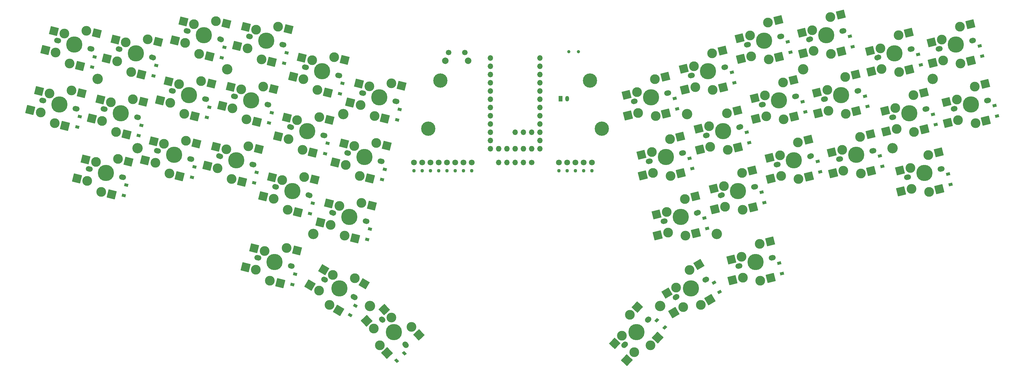
<source format=gbs>
G04 #@! TF.GenerationSoftware,KiCad,Pcbnew,8.0.4*
G04 #@! TF.CreationDate,2024-10-20T10:13:08+02:00*
G04 #@! TF.ProjectId,fairyboard,66616972-7962-46f6-9172-642e6b696361,1*
G04 #@! TF.SameCoordinates,Original*
G04 #@! TF.FileFunction,Soldermask,Bot*
G04 #@! TF.FilePolarity,Negative*
%FSLAX46Y46*%
G04 Gerber Fmt 4.6, Leading zero omitted, Abs format (unit mm)*
G04 Created by KiCad (PCBNEW 8.0.4) date 2024-10-20 10:13:08*
%MOMM*%
%LPD*%
G01*
G04 APERTURE LIST*
G04 Aperture macros list*
%AMRotRect*
0 Rectangle, with rotation*
0 The origin of the aperture is its center*
0 $1 length*
0 $2 width*
0 $3 Rotation angle, in degrees counterclockwise*
0 Add horizontal line*
21,1,$1,$2,0,0,$3*%
G04 Aperture macros list end*
%ADD10C,1.000000*%
%ADD11C,1.700000*%
%ADD12C,2.000000*%
%ADD13RotRect,2.550000X2.500000X313.000000*%
%ADD14C,1.701800*%
%ADD15C,3.000000*%
%ADD16C,3.987800*%
%ADD17C,3.200000*%
%ADD18RotRect,2.600000X2.600000X166.000000*%
%ADD19C,5.000000*%
%ADD20RotRect,2.550000X2.500000X14.000000*%
%ADD21O,1.700000X1.700000*%
%ADD22RotRect,2.550000X2.500000X346.000000*%
%ADD23RotRect,2.600000X2.600000X194.000000*%
%ADD24RotRect,0.900000X1.200000X43.000000*%
%ADD25RotRect,0.900000X1.200000X104.000000*%
%ADD26RotRect,0.900000X1.200000X76.000000*%
%ADD27RotRect,2.550000X2.500000X47.000000*%
%ADD28RotRect,0.900000X1.200000X137.000000*%
%ADD29RotRect,2.600000X2.600000X210.500000*%
%ADD30C,1.800000*%
%ADD31C,1.100000*%
%ADD32C,0.700000*%
%ADD33C,4.400000*%
%ADD34RotRect,0.900000X1.200000X59.500000*%
%ADD35RotRect,2.600000X2.600000X133.000000*%
%ADD36RotRect,2.600000X2.600000X149.500000*%
%ADD37O,1.752600X1.752600*%
%ADD38O,1.200000X1.700000*%
%ADD39R,1.200000X1.700000*%
%ADD40RotRect,2.550000X2.500000X329.500000*%
%ADD41RotRect,2.600000X2.600000X227.000000*%
%ADD42RotRect,0.900000X1.200000X120.500000*%
%ADD43RotRect,2.550000X2.500000X30.500000*%
G04 APERTURE END LIST*
D10*
X231231985Y-117124838D03*
X228231985Y-117124838D03*
D11*
X191231963Y-117374830D03*
X196231963Y-117374830D03*
D12*
X197231963Y-119874830D03*
X190231963Y-119874830D03*
D13*
X182109080Y-204263909D03*
X171435249Y-196541975D03*
D14*
X177874121Y-207171163D03*
D15*
X179857123Y-201848973D03*
D16*
X174409569Y-203455892D03*
D15*
X173668796Y-198937160D03*
D14*
X170945017Y-199740621D03*
D17*
X340256642Y-125472639D03*
D18*
X97811668Y-150499135D03*
X108486355Y-155427994D03*
D14*
X101411446Y-147531870D03*
D15*
X100989386Y-151291439D03*
D19*
X106748072Y-148862440D03*
D15*
X105308637Y-154635700D03*
D14*
X112084698Y-150193010D03*
D20*
X262582595Y-143210581D03*
X250654064Y-148802456D03*
D14*
X263072193Y-148324028D03*
D15*
X259378679Y-144009407D03*
D16*
X258143091Y-149552991D03*
D15*
X253831783Y-148010169D03*
D14*
X253213989Y-150781954D03*
D11*
X216811994Y-151211382D03*
D21*
X214271990Y-151211386D03*
X211731989Y-151211387D03*
X209191988Y-151211386D03*
X206651989Y-151211386D03*
D22*
X132806898Y-147032266D03*
X119649403Y-146369493D03*
D14*
X130838569Y-151777024D03*
D15*
X129602980Y-146233438D03*
D16*
X125909467Y-150548061D03*
D15*
X122827117Y-147161787D03*
D14*
X120980365Y-149319098D03*
D23*
X330569701Y-160094533D03*
X342308844Y-159434986D03*
D14*
X332355065Y-155784591D03*
D15*
X333747419Y-159302238D03*
D19*
X337691691Y-154454021D03*
D15*
X339131126Y-160227281D03*
D14*
X343028317Y-153123451D03*
D24*
X177647722Y-210007580D03*
X175234254Y-212258174D03*
D23*
X251021101Y-155193503D03*
X262760244Y-154533956D03*
D14*
X252806465Y-150883561D03*
D15*
X254198819Y-154401208D03*
D19*
X258143091Y-149552991D03*
D15*
X259582526Y-155326251D03*
D14*
X263479717Y-148222421D03*
D25*
X304854627Y-150892229D03*
X305652969Y-154094205D03*
X344991786Y-154798191D03*
X345790128Y-158000167D03*
D23*
X340296136Y-120567374D03*
X352035279Y-119907827D03*
D14*
X342081500Y-116257432D03*
D15*
X343473854Y-119775079D03*
D19*
X347418126Y-114926862D03*
D15*
X348857561Y-120700122D03*
D14*
X352754752Y-113596292D03*
D23*
X290432521Y-156188594D03*
X302171664Y-155529047D03*
D14*
X292217885Y-151878652D03*
D15*
X293610239Y-155396299D03*
D19*
X297554511Y-150548082D03*
D15*
X298993946Y-156321342D03*
D14*
X302891137Y-149217512D03*
D26*
X149419502Y-163727143D03*
X148621160Y-166929119D03*
D20*
X337534685Y-129675997D03*
X325606154Y-135267872D03*
D14*
X338024283Y-134789444D03*
D15*
X334330769Y-130474823D03*
D16*
X333095181Y-136018407D03*
D15*
X328783873Y-134475585D03*
D14*
X328166079Y-137247370D03*
D25*
X340395278Y-136362587D03*
X341193620Y-139564563D03*
D20*
X275574969Y-116782404D03*
X263646438Y-122374279D03*
D14*
X276064567Y-121895851D03*
D15*
X272371053Y-117581230D03*
D16*
X271135465Y-123124814D03*
D15*
X266824157Y-121581992D03*
D14*
X266206363Y-124353777D03*
D26*
X117628616Y-134157905D03*
X116830274Y-137359881D03*
D18*
X126166088Y-115313536D03*
X136840775Y-120242395D03*
D14*
X129765866Y-112346271D03*
D15*
X129343806Y-116105840D03*
D19*
X135102492Y-113676841D03*
D15*
X133663057Y-119450101D03*
D14*
X140439118Y-115007411D03*
D26*
X136790005Y-135843539D03*
X135991663Y-139045515D03*
D17*
X264639284Y-136338901D03*
D23*
X273206514Y-165636566D03*
X284945657Y-164977019D03*
D14*
X274991878Y-161326624D03*
D15*
X276384232Y-164844271D03*
D19*
X280328504Y-159996054D03*
D15*
X281767939Y-165769314D03*
D14*
X285665130Y-158665484D03*
D25*
X359314748Y-133706659D03*
X360113090Y-136908635D03*
X324015992Y-149206589D03*
X324814334Y-152408565D03*
D27*
X249323348Y-195718763D03*
X242364793Y-206905248D03*
D14*
X252518943Y-199740611D03*
D15*
X247071383Y-198133692D03*
D16*
X249054390Y-203455883D03*
D15*
X244598338Y-204510065D03*
D14*
X245589837Y-207171155D03*
D18*
X138795575Y-143197134D03*
X149470262Y-148125993D03*
D14*
X142395353Y-140229869D03*
D15*
X141973293Y-143989438D03*
D19*
X147731979Y-141560439D03*
D15*
X146292544Y-147333699D03*
D14*
X153068605Y-142891009D03*
D26*
X158612516Y-126855910D03*
X157814174Y-130057886D03*
D17*
X149631657Y-173210152D03*
D28*
X255364230Y-199768605D03*
X257777698Y-202019199D03*
D20*
X332938165Y-111240381D03*
X321009634Y-116832256D03*
D14*
X333427763Y-116353828D03*
D15*
X329734249Y-112039207D03*
D16*
X328498661Y-117582791D03*
D15*
X324187353Y-116039969D03*
D14*
X323569559Y-118811754D03*
D23*
X281239505Y-119317352D03*
X292978648Y-118657805D03*
D14*
X283024869Y-115007410D03*
D15*
X284417223Y-118525057D03*
D19*
X288361495Y-113676840D03*
D15*
X289800930Y-119450100D03*
D14*
X293698121Y-112346270D03*
D23*
X325973191Y-141658919D03*
X337712334Y-140999372D03*
D14*
X327758555Y-137348977D03*
D15*
X329150909Y-140866624D03*
D19*
X333095181Y-136018407D03*
D15*
X334534616Y-141791667D03*
D14*
X338431807Y-134687837D03*
D29*
X260618385Y-197410905D03*
X271686782Y-193444421D03*
D14*
X261106133Y-192771377D03*
D15*
X263440206Y-195748717D03*
D19*
X265845093Y-189979916D03*
D15*
X268864946Y-195106610D03*
D14*
X270584053Y-187188455D03*
D23*
X304997388Y-136067333D03*
X316736531Y-135407786D03*
D14*
X306782752Y-131757391D03*
D15*
X308175106Y-135275038D03*
D19*
X312119378Y-130426821D03*
D15*
X313558813Y-136200081D03*
D14*
X317456004Y-129096251D03*
D26*
X171604900Y-153284079D03*
X170806558Y-156486055D03*
X132193494Y-154279144D03*
X131395152Y-157481120D03*
D18*
X128755819Y-183464404D03*
X139430506Y-188393263D03*
D14*
X132355597Y-180497139D03*
D15*
X131933537Y-184256708D03*
D19*
X137692223Y-181827709D03*
D15*
X136252788Y-187600969D03*
D14*
X143028849Y-183158279D03*
D18*
X160980990Y-132754072D03*
X171655677Y-137682931D03*
D14*
X164580768Y-129786807D03*
D15*
X164158708Y-133546376D03*
D19*
X169917394Y-131117377D03*
D15*
X168477959Y-136890637D03*
D14*
X175254020Y-132447947D03*
D18*
X134199041Y-161632755D03*
X144873728Y-166561614D03*
D14*
X137798819Y-158665490D03*
D15*
X137376759Y-162425059D03*
D19*
X143135445Y-159996060D03*
D15*
X141696010Y-165769320D03*
D14*
X148472071Y-161326630D03*
D30*
X198351981Y-151211382D03*
X195811986Y-151211377D03*
X193271982Y-151211381D03*
X190731981Y-151211382D03*
X188191980Y-151211381D03*
X185651981Y-151211381D03*
X183111981Y-151211382D03*
X180571981Y-151211382D03*
D31*
X198351982Y-153751382D03*
X195811981Y-153751382D03*
X193271981Y-153751382D03*
X190731981Y-153751382D03*
X188191981Y-153751382D03*
X185651981Y-153751382D03*
X183111980Y-153751382D03*
X180571981Y-153751382D03*
D26*
X101249342Y-121313853D03*
X100451000Y-124515829D03*
D20*
X321155390Y-142520045D03*
X309226859Y-148111920D03*
D14*
X321644988Y-147633492D03*
D15*
X317951474Y-143318871D03*
D16*
X316715886Y-148862455D03*
D15*
X312404578Y-147319633D03*
D14*
X311786784Y-150091418D03*
D32*
X236354285Y-125613068D03*
X236167623Y-126862052D03*
X235603110Y-124597913D03*
X235152468Y-127613227D03*
D33*
X234753297Y-126012239D03*
D32*
X234354126Y-124411251D03*
X233903484Y-127426565D03*
X233338971Y-125162426D03*
X233152309Y-126411410D03*
D23*
X268609993Y-147200957D03*
X280349136Y-146541410D03*
D14*
X270395357Y-142891015D03*
D15*
X271787711Y-146408662D03*
D19*
X275731983Y-141560445D03*
D15*
X277171418Y-147333705D03*
D14*
X281068609Y-140229875D03*
D22*
X122838539Y-108475407D03*
X109681044Y-107812634D03*
D14*
X120870210Y-113220165D03*
D15*
X119634621Y-107676579D03*
D16*
X115941108Y-111991202D03*
D15*
X112858758Y-108604928D03*
D14*
X111012006Y-110762239D03*
D22*
X172218300Y-146037195D03*
X159060805Y-145374422D03*
D14*
X170249971Y-150781953D03*
D15*
X169014382Y-145238367D03*
D16*
X165320869Y-149552990D03*
D15*
X162238519Y-146166716D03*
D14*
X160391767Y-148324027D03*
D34*
X162584446Y-195342118D03*
X160909570Y-198185494D03*
D18*
X156384465Y-151189685D03*
X167059152Y-156118544D03*
D14*
X159984243Y-148222420D03*
D15*
X159562183Y-151981989D03*
D19*
X165320869Y-149552990D03*
D15*
X163881434Y-155326250D03*
D14*
X170657495Y-150883560D03*
D18*
X121569563Y-133749149D03*
X132244250Y-138678008D03*
D14*
X125169341Y-130781884D03*
D15*
X124747281Y-134541453D03*
D19*
X130505967Y-132112454D03*
D15*
X129066532Y-137885714D03*
D14*
X135842593Y-133443024D03*
D23*
X246424595Y-136757888D03*
X258163738Y-136098341D03*
D14*
X248209959Y-132447946D03*
D15*
X249602313Y-135965593D03*
D19*
X253546585Y-131117376D03*
D15*
X254986020Y-136890636D03*
D14*
X258883211Y-129786806D03*
D18*
X81432395Y-137655115D03*
X92107082Y-142583974D03*
D14*
X85032173Y-134687850D03*
D15*
X84610113Y-138447419D03*
D19*
X90368799Y-136018420D03*
D15*
X88929364Y-141791680D03*
D14*
X95705425Y-137348990D03*
D25*
X260846680Y-131461551D03*
X261645022Y-134663527D03*
D26*
X122225144Y-115722275D03*
X121426802Y-118924251D03*
D25*
X283032084Y-141904608D03*
X283830426Y-145106584D03*
X293071846Y-182171891D03*
X293870188Y-185373867D03*
D18*
X116973063Y-152184756D03*
X127647750Y-157113615D03*
D14*
X120572841Y-149217491D03*
D15*
X120150781Y-152977060D03*
D19*
X125909467Y-150548061D03*
D15*
X124470032Y-156321321D03*
D14*
X131246093Y-151878631D03*
D23*
X344892648Y-139002997D03*
X356631791Y-138343450D03*
D14*
X346678012Y-134693055D03*
D15*
X348070366Y-138210702D03*
D19*
X352014638Y-133362485D03*
D15*
X353454073Y-139135745D03*
D14*
X357351264Y-132031915D03*
D17*
X123102580Y-122536975D03*
D35*
X166023455Y-199961433D03*
X172291557Y-209908966D03*
D14*
X170658578Y-199433447D03*
D15*
X168257001Y-202356617D03*
D19*
X174409569Y-203455892D03*
D15*
X170058013Y-207513784D03*
D14*
X178160560Y-207478337D03*
D22*
X141999923Y-110161046D03*
X128842428Y-109498273D03*
D14*
X140031594Y-114905804D03*
D15*
X138796005Y-109362218D03*
D16*
X135102492Y-113676841D03*
D15*
X132020142Y-110290567D03*
D14*
X130173390Y-112447878D03*
D20*
X292800999Y-107334430D03*
X280872468Y-112926305D03*
D14*
X293290597Y-112447877D03*
D15*
X289597083Y-108133256D03*
D16*
X288361495Y-113676840D03*
D15*
X284050187Y-112134018D03*
D14*
X283432393Y-114905803D03*
D36*
X148585617Y-189011150D03*
X157420850Y-196768810D03*
D14*
X152879908Y-187188467D03*
D15*
X151407453Y-190673340D03*
D19*
X157618868Y-189979928D03*
D15*
X154599015Y-195106622D03*
D14*
X162357828Y-192771389D03*
D25*
X287628603Y-160340225D03*
X288426945Y-163542201D03*
D26*
X77733357Y-137093561D03*
X76935015Y-140295537D03*
D20*
X284768008Y-153653644D03*
X272839477Y-159245519D03*
D14*
X285257606Y-158767091D03*
D15*
X281564092Y-154452470D03*
D16*
X280328504Y-159996054D03*
D15*
X276017196Y-158453232D03*
D14*
X275399402Y-161225017D03*
D22*
X137403398Y-128596659D03*
X124245903Y-127933886D03*
D14*
X135435069Y-133341417D03*
D15*
X134199480Y-127797831D03*
D16*
X130505967Y-132112454D03*
D15*
X127423617Y-128726180D03*
D14*
X125576865Y-130883491D03*
D20*
X311962378Y-105648794D03*
X300033847Y-111240669D03*
D14*
X312451976Y-110762241D03*
D15*
X308758462Y-106447620D03*
D16*
X307522874Y-111991204D03*
D15*
X303211566Y-110448382D03*
D14*
X302593772Y-113220167D03*
D32*
X186634454Y-141159902D03*
X185883279Y-142175057D03*
X186447792Y-139910918D03*
X184634295Y-142361719D03*
D33*
X185033466Y-140760731D03*
D32*
X185432637Y-139159743D03*
X183619140Y-141610544D03*
X184183653Y-139346405D03*
X183432478Y-140361560D03*
D25*
X314822980Y-112335386D03*
X315621322Y-115537362D03*
D20*
X297397491Y-125770034D03*
X285468960Y-131361909D03*
D14*
X297887089Y-130883481D03*
D15*
X294193575Y-126568860D03*
D16*
X292957987Y-132112444D03*
D15*
X288646679Y-130569622D03*
D14*
X288028885Y-133341407D03*
D18*
X143392089Y-124761519D03*
X154066776Y-129690378D03*
D14*
X146991867Y-121794254D03*
D15*
X146569807Y-125553823D03*
D19*
X152328493Y-123124824D03*
D15*
X150889058Y-128898084D03*
D14*
X157665119Y-124455394D03*
D22*
X144589654Y-178311914D03*
X131432159Y-177649141D03*
D14*
X142621325Y-183056672D03*
D15*
X141385736Y-177513086D03*
D16*
X137692223Y-181827709D03*
D15*
X134609873Y-178441435D03*
D14*
X132763121Y-180598746D03*
D20*
X280171487Y-135218035D03*
X268242956Y-140809910D03*
D14*
X280661085Y-140331482D03*
D15*
X276967571Y-136016861D03*
D16*
X275731983Y-141560445D03*
D15*
X271420675Y-140017623D03*
D14*
X270802881Y-142789408D03*
D17*
X256385688Y-195392121D03*
D22*
X118242033Y-126911029D03*
X105084538Y-126248256D03*
D14*
X116273704Y-131655787D03*
D15*
X115038115Y-126112201D03*
D16*
X111344602Y-130426824D03*
D15*
X108262252Y-127040550D03*
D14*
X106415500Y-129197861D03*
D23*
X285835997Y-137752956D03*
X297575140Y-137093409D03*
D14*
X287621361Y-133443014D03*
D15*
X289013715Y-136960661D03*
D19*
X292957987Y-132112444D03*
D15*
X294397422Y-137885704D03*
D14*
X298294613Y-130781874D03*
D37*
X206651980Y-146972382D03*
X209191980Y-146972382D03*
X211731980Y-146972382D03*
X214271980Y-146972382D03*
X216811980Y-146972382D03*
D21*
X211731980Y-141892382D03*
X214271980Y-141892382D03*
X216811981Y-141892383D03*
X219351980Y-119032382D03*
X219351980Y-121572382D03*
X219351980Y-124112382D03*
X219351976Y-126652385D03*
X219351980Y-129192382D03*
X219351980Y-131732382D03*
X219351980Y-134272382D03*
X219351973Y-136812382D03*
X219351980Y-139352382D03*
X219351980Y-141892382D03*
X219351980Y-144432382D03*
X219351978Y-146972381D03*
X204111982Y-146972382D03*
X204111980Y-144432382D03*
X204111980Y-141892382D03*
X204111980Y-139352382D03*
X204111984Y-136812379D03*
X204111980Y-134272382D03*
X204111980Y-131732382D03*
X204111980Y-129192382D03*
X204111987Y-126652382D03*
X204111980Y-124112382D03*
X204111980Y-121572382D03*
X204111980Y-119032382D03*
D32*
X190311658Y-126411416D03*
X189560483Y-127426571D03*
X190124996Y-125162432D03*
X188311499Y-127613233D03*
D33*
X188710670Y-126012245D03*
D32*
X189109841Y-124411257D03*
X187296344Y-126862058D03*
X187860857Y-124597919D03*
X187109682Y-125613074D03*
D38*
X227731986Y-131593382D03*
D39*
X225731986Y-131593382D03*
D26*
X113032115Y-152593525D03*
X112233773Y-155795501D03*
D23*
X278649747Y-187468238D03*
X290388890Y-186808691D03*
D14*
X280435111Y-183158296D03*
D15*
X281827465Y-186675943D03*
D19*
X285771737Y-181827726D03*
D15*
X287211172Y-187600986D03*
D14*
X291108363Y-180497156D03*
D18*
X86028907Y-119219500D03*
X96703594Y-124148359D03*
D14*
X89628685Y-116252235D03*
D15*
X89206625Y-120011804D03*
D19*
X94965311Y-117582805D03*
D15*
X93525876Y-123356065D03*
D14*
X100301937Y-118913375D03*
D26*
X82329875Y-118657949D03*
X81531533Y-121859925D03*
D17*
X167078276Y-195392110D03*
D22*
X101862742Y-114067010D03*
X88705247Y-113404237D03*
D14*
X99894413Y-118811768D03*
D15*
X98658824Y-113268182D03*
D16*
X94965311Y-117582805D03*
D15*
X91882961Y-114196531D03*
D14*
X90036209Y-116353842D03*
D25*
X335798766Y-117926965D03*
X336597108Y-121128941D03*
D17*
X300361397Y-122536979D03*
D23*
X255617627Y-173629134D03*
X267356770Y-172969587D03*
D14*
X257402991Y-169319192D03*
D15*
X258795345Y-172836839D03*
D19*
X262739617Y-167988622D03*
D15*
X264179052Y-173761882D03*
D14*
X268076243Y-166658052D03*
D17*
X95517362Y-146783741D03*
D25*
X265443182Y-149897167D03*
X266241524Y-153099143D03*
D23*
X300400884Y-117631716D03*
X312140027Y-116972169D03*
D14*
X302186248Y-113321774D03*
D15*
X303578602Y-116839421D03*
D19*
X307522874Y-111991204D03*
D15*
X308962309Y-117764464D03*
D14*
X312859500Y-110660634D03*
D22*
X159225924Y-119609029D03*
X146068429Y-118946256D03*
D14*
X157257595Y-124353787D03*
D15*
X156022006Y-118810201D03*
D16*
X152328493Y-123124824D03*
D15*
X149246143Y-119738550D03*
D14*
X147399391Y-121895861D03*
D23*
X321376671Y-123223303D03*
X333115814Y-122563756D03*
D14*
X323162035Y-118913361D03*
D15*
X324554389Y-122431008D03*
D19*
X328498661Y-117582791D03*
D15*
X329938096Y-123356051D03*
D14*
X333835287Y-116252221D03*
D26*
X143976262Y-185558779D03*
X143177920Y-188760755D03*
D25*
X270039712Y-168332793D03*
X270838054Y-171534769D03*
X319419481Y-130770972D03*
X320217823Y-133972948D03*
D22*
X176814825Y-127601582D03*
X163657330Y-126938809D03*
D14*
X174846496Y-132346340D03*
D15*
X173610907Y-126802754D03*
D16*
X169917394Y-131117377D03*
D15*
X166835044Y-127731103D03*
D14*
X164988292Y-129888414D03*
D26*
X154016024Y-145291525D03*
X153217682Y-148493501D03*
D20*
X301994015Y-144205672D03*
X290065484Y-149797547D03*
D14*
X302483613Y-149319119D03*
D15*
X298790099Y-145004498D03*
D16*
X297554511Y-150548082D03*
D15*
X293243203Y-149005260D03*
D14*
X292625409Y-151777045D03*
D25*
X300258082Y-132456627D03*
X301056424Y-135658603D03*
D20*
X257986089Y-124774966D03*
X246057558Y-130366841D03*
D14*
X258475687Y-129888413D03*
D15*
X254782173Y-125573792D03*
D16*
X253546585Y-131117376D03*
D15*
X249235277Y-129574554D03*
D14*
X248617483Y-132346339D03*
D20*
X351857630Y-108584452D03*
X339929099Y-114176327D03*
D14*
X352347228Y-113697899D03*
D15*
X348653714Y-109383278D03*
D16*
X347418126Y-114926862D03*
D15*
X343106818Y-113384040D03*
D14*
X342489024Y-116155825D03*
D18*
X102408198Y-132063519D03*
X113082885Y-136992378D03*
D14*
X106007976Y-129096254D03*
D15*
X105585916Y-132855823D03*
D19*
X111344602Y-130426824D03*
D15*
X109905167Y-136200084D03*
D14*
X116681228Y-131757394D03*
D20*
X267179121Y-161646212D03*
X255250590Y-167238087D03*
D14*
X267668719Y-166759659D03*
D15*
X263975205Y-162445038D03*
D16*
X262739617Y-167988622D03*
D15*
X258428309Y-166445800D03*
D14*
X257810515Y-169217585D03*
D20*
X342131195Y-148111611D03*
X330202664Y-153703486D03*
D14*
X342620793Y-153225058D03*
D15*
X338927279Y-148910437D03*
D16*
X337691691Y-154454021D03*
D15*
X333380383Y-152911199D03*
D14*
X332762589Y-155682984D03*
D32*
X240031499Y-140361559D03*
X239844837Y-141610543D03*
X239280324Y-139346404D03*
X238829682Y-142361718D03*
D33*
X238430511Y-140760730D03*
D32*
X238031340Y-139159742D03*
X237580698Y-142175056D03*
X237016185Y-139910917D03*
X236829523Y-141159901D03*
D30*
X235331990Y-151211389D03*
X232791990Y-151211389D03*
X230251990Y-151211389D03*
X227711990Y-151211389D03*
X225171989Y-151211388D03*
D31*
X235331990Y-153751389D03*
X232791991Y-153751391D03*
X230251991Y-153751390D03*
X227711990Y-153751389D03*
X225171989Y-153751390D03*
D40*
X165230800Y-188567891D03*
X152803372Y-184195482D03*
D14*
X161995944Y-192558223D03*
D15*
X162385701Y-186891999D03*
D16*
X157618868Y-189979928D03*
D15*
X155625208Y-185857669D03*
D14*
X153241792Y-187401633D03*
D26*
X96652811Y-139749476D03*
X95854469Y-142951452D03*
D22*
X82943274Y-111411051D03*
X69785779Y-110748278D03*
D14*
X80974945Y-116155809D03*
D15*
X79739356Y-110612223D03*
D16*
X76045843Y-114926846D03*
D15*
X72963493Y-111540572D03*
D14*
X71116741Y-113697883D03*
D41*
X246153429Y-212065330D03*
X255639490Y-205118589D03*
D14*
X245303394Y-207478326D03*
D15*
X248386975Y-209670145D03*
D19*
X249054390Y-203455883D03*
D15*
X253405946Y-207513775D03*
D14*
X252805386Y-199433440D03*
D18*
X107004704Y-113627897D03*
X117679391Y-118556756D03*
D14*
X110604482Y-110660632D03*
D15*
X110182422Y-114420201D03*
D19*
X115941108Y-111991202D03*
D15*
X114501673Y-117764462D03*
D14*
X121277734Y-113321772D03*
D22*
X97266230Y-132502625D03*
X84108735Y-131839852D03*
D14*
X95297901Y-137247383D03*
D15*
X94062312Y-131703797D03*
D16*
X90368799Y-136018420D03*
D15*
X87286449Y-132632146D03*
D14*
X85439697Y-134789457D03*
D18*
X76835867Y-156090727D03*
X87510554Y-161019586D03*
D14*
X80435645Y-153123462D03*
D15*
X80013585Y-156883031D03*
D19*
X85772271Y-154454032D03*
D15*
X84332836Y-160227292D03*
D14*
X91108897Y-155784602D03*
D22*
X78346751Y-129846704D03*
X65189256Y-129183931D03*
D14*
X76378422Y-134591462D03*
D15*
X75142833Y-129047876D03*
D16*
X71449320Y-133362499D03*
D15*
X68366970Y-129976225D03*
D14*
X66520218Y-132133536D03*
D22*
X92669702Y-150938237D03*
X79512207Y-150275464D03*
D14*
X90701373Y-155682995D03*
D15*
X89465784Y-150139409D03*
D16*
X85772271Y-154454032D03*
D15*
X82689921Y-151067758D03*
D14*
X80843169Y-153225069D03*
D23*
X264013475Y-128765326D03*
X275752618Y-128105779D03*
D14*
X265798839Y-124455384D03*
D15*
X267191193Y-127973031D03*
D19*
X271135465Y-123124814D03*
D15*
X272574900Y-128898074D03*
D14*
X276472091Y-121794244D03*
D17*
X158824686Y-136338908D03*
X83207322Y-125472623D03*
D22*
X150032876Y-156480265D03*
X136875381Y-155817492D03*
D14*
X148064547Y-161225023D03*
D15*
X146828958Y-155681437D03*
D16*
X143135445Y-159996060D03*
D15*
X140053095Y-156609786D03*
D14*
X138206343Y-158767097D03*
D17*
X327946609Y-146783727D03*
D18*
X62512916Y-134999194D03*
X73187603Y-139928053D03*
D14*
X66112694Y-132031929D03*
D15*
X65690634Y-135791498D03*
D19*
X71449320Y-133362499D03*
D15*
X70009885Y-139135759D03*
D14*
X76785946Y-134693069D03*
D20*
X290211241Y-175485316D03*
X278282710Y-181077191D03*
D14*
X290700839Y-180598763D03*
D15*
X287007325Y-176284142D03*
D16*
X285771737Y-181827726D03*
D15*
X281460429Y-180284904D03*
D14*
X280842635Y-183056689D03*
D20*
X316558882Y-124084411D03*
X304630351Y-129676286D03*
D14*
X317048480Y-129197858D03*
D15*
X313354966Y-124883237D03*
D16*
X312119378Y-130426821D03*
D15*
X307808070Y-128883999D03*
D14*
X307190276Y-131655784D03*
D25*
X354718236Y-115271032D03*
X355516578Y-118473008D03*
D26*
X92056300Y-158185115D03*
X91257958Y-161387091D03*
X167008395Y-171719694D03*
X166210053Y-174921670D03*
D22*
X167621793Y-164472822D03*
X154464298Y-163810049D03*
D14*
X165653464Y-169217580D03*
D15*
X164417875Y-163673994D03*
D16*
X160724362Y-167988617D03*
D15*
X157642012Y-164602343D03*
D14*
X155795260Y-166759654D03*
D26*
X176201414Y-134848447D03*
X175403072Y-138050423D03*
D22*
X113645503Y-145346645D03*
X100488008Y-144683872D03*
D14*
X111677174Y-150091403D03*
D15*
X110441585Y-144547817D03*
D16*
X106748072Y-148862440D03*
D15*
X103665722Y-145476166D03*
D14*
X101818970Y-147633477D03*
D42*
X272942338Y-188236575D03*
X274617214Y-191079951D03*
D26*
X141386521Y-117407898D03*
X140588179Y-120609874D03*
D22*
X154629410Y-138044644D03*
X141471915Y-137381871D03*
D14*
X152661081Y-142789402D03*
D15*
X151425492Y-137245816D03*
D16*
X147731979Y-141560439D03*
D15*
X144649629Y-138174165D03*
D14*
X142802877Y-140331476D03*
D23*
X309593896Y-154502967D03*
X321333039Y-153843420D03*
D14*
X311379260Y-150193025D03*
D15*
X312771614Y-153710672D03*
D19*
X316715886Y-148862455D03*
D15*
X318155321Y-154635715D03*
D14*
X322052512Y-147531885D03*
D25*
X278435564Y-123468985D03*
X279233906Y-126670961D03*
X295661573Y-114020998D03*
X296459915Y-117222974D03*
D20*
X356454142Y-127020075D03*
X344525611Y-132611950D03*
D14*
X356943740Y-132133522D03*
D15*
X353250226Y-127818901D03*
D16*
X352014638Y-133362485D03*
D15*
X347703330Y-131819663D03*
D14*
X347085536Y-134591448D03*
D17*
X273832318Y-173210152D03*
D43*
X268300437Y-182637800D03*
X258451304Y-191387288D03*
D14*
X270222169Y-187401621D03*
D15*
X265455336Y-184313692D03*
D16*
X265845093Y-189979916D03*
D15*
X261273138Y-189725099D03*
D14*
X261468017Y-192558211D03*
D18*
X151787958Y-169625312D03*
X162462645Y-174554171D03*
D14*
X155387736Y-166658047D03*
D15*
X154965676Y-170417616D03*
D19*
X160724362Y-167988617D03*
D15*
X159284927Y-173761877D03*
D14*
X166060988Y-169319187D03*
D18*
X67109439Y-116563541D03*
X77784126Y-121492400D03*
D14*
X70709217Y-113596276D03*
D15*
X70287157Y-117355845D03*
D19*
X76045843Y-114926846D03*
D15*
X74606408Y-120700106D03*
D14*
X81382469Y-116257416D03*
M02*

</source>
